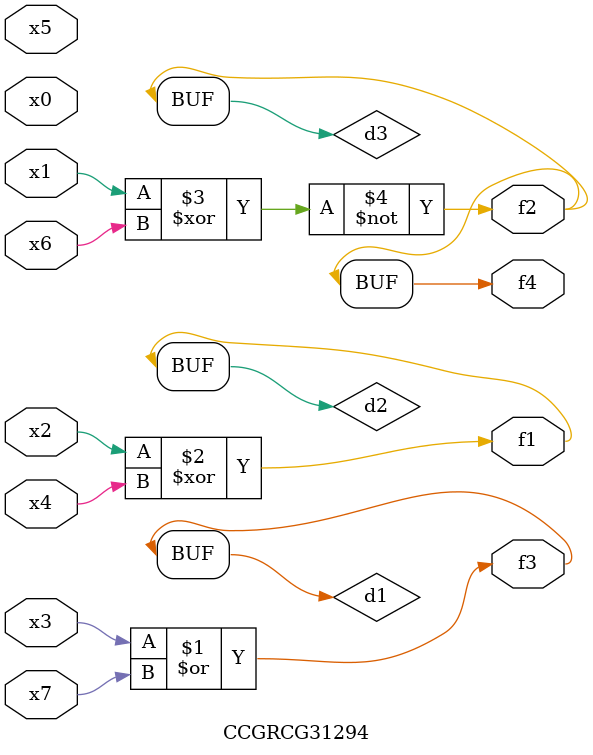
<source format=v>
module CCGRCG31294(
	input x0, x1, x2, x3, x4, x5, x6, x7,
	output f1, f2, f3, f4
);

	wire d1, d2, d3;

	or (d1, x3, x7);
	xor (d2, x2, x4);
	xnor (d3, x1, x6);
	assign f1 = d2;
	assign f2 = d3;
	assign f3 = d1;
	assign f4 = d3;
endmodule

</source>
